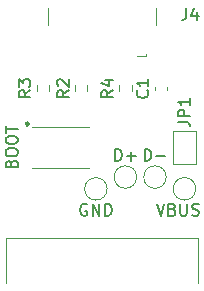
<source format=gbr>
%TF.GenerationSoftware,KiCad,Pcbnew,9.0.6-1.fc43*%
%TF.CreationDate,2025-12-11T01:18:59+10:30*%
%TF.ProjectId,fastboot_breakout,66617374-626f-46f7-945f-627265616b6f,1.1*%
%TF.SameCoordinates,Original*%
%TF.FileFunction,Legend,Top*%
%TF.FilePolarity,Positive*%
%FSLAX46Y46*%
G04 Gerber Fmt 4.6, Leading zero omitted, Abs format (unit mm)*
G04 Created by KiCad (PCBNEW 9.0.6-1.fc43) date 2025-12-11 01:18:59*
%MOMM*%
%LPD*%
G01*
G04 APERTURE LIST*
%ADD10C,0.150000*%
%ADD11C,0.120000*%
%ADD12C,0.250000*%
G04 APERTURE END LIST*
D10*
X149211905Y-102090819D02*
X149211905Y-101090819D01*
X149211905Y-101090819D02*
X149450000Y-101090819D01*
X149450000Y-101090819D02*
X149592857Y-101138438D01*
X149592857Y-101138438D02*
X149688095Y-101233676D01*
X149688095Y-101233676D02*
X149735714Y-101328914D01*
X149735714Y-101328914D02*
X149783333Y-101519390D01*
X149783333Y-101519390D02*
X149783333Y-101662247D01*
X149783333Y-101662247D02*
X149735714Y-101852723D01*
X149735714Y-101852723D02*
X149688095Y-101947961D01*
X149688095Y-101947961D02*
X149592857Y-102043200D01*
X149592857Y-102043200D02*
X149450000Y-102090819D01*
X149450000Y-102090819D02*
X149211905Y-102090819D01*
X150211905Y-101709866D02*
X150973810Y-101709866D01*
X150232268Y-105740819D02*
X150565601Y-106740819D01*
X150565601Y-106740819D02*
X150898934Y-105740819D01*
X151565601Y-106217009D02*
X151708458Y-106264628D01*
X151708458Y-106264628D02*
X151756077Y-106312247D01*
X151756077Y-106312247D02*
X151803696Y-106407485D01*
X151803696Y-106407485D02*
X151803696Y-106550342D01*
X151803696Y-106550342D02*
X151756077Y-106645580D01*
X151756077Y-106645580D02*
X151708458Y-106693200D01*
X151708458Y-106693200D02*
X151613220Y-106740819D01*
X151613220Y-106740819D02*
X151232268Y-106740819D01*
X151232268Y-106740819D02*
X151232268Y-105740819D01*
X151232268Y-105740819D02*
X151565601Y-105740819D01*
X151565601Y-105740819D02*
X151660839Y-105788438D01*
X151660839Y-105788438D02*
X151708458Y-105836057D01*
X151708458Y-105836057D02*
X151756077Y-105931295D01*
X151756077Y-105931295D02*
X151756077Y-106026533D01*
X151756077Y-106026533D02*
X151708458Y-106121771D01*
X151708458Y-106121771D02*
X151660839Y-106169390D01*
X151660839Y-106169390D02*
X151565601Y-106217009D01*
X151565601Y-106217009D02*
X151232268Y-106217009D01*
X152232268Y-105740819D02*
X152232268Y-106550342D01*
X152232268Y-106550342D02*
X152279887Y-106645580D01*
X152279887Y-106645580D02*
X152327506Y-106693200D01*
X152327506Y-106693200D02*
X152422744Y-106740819D01*
X152422744Y-106740819D02*
X152613220Y-106740819D01*
X152613220Y-106740819D02*
X152708458Y-106693200D01*
X152708458Y-106693200D02*
X152756077Y-106645580D01*
X152756077Y-106645580D02*
X152803696Y-106550342D01*
X152803696Y-106550342D02*
X152803696Y-105740819D01*
X153232268Y-106693200D02*
X153375125Y-106740819D01*
X153375125Y-106740819D02*
X153613220Y-106740819D01*
X153613220Y-106740819D02*
X153708458Y-106693200D01*
X153708458Y-106693200D02*
X153756077Y-106645580D01*
X153756077Y-106645580D02*
X153803696Y-106550342D01*
X153803696Y-106550342D02*
X153803696Y-106455104D01*
X153803696Y-106455104D02*
X153756077Y-106359866D01*
X153756077Y-106359866D02*
X153708458Y-106312247D01*
X153708458Y-106312247D02*
X153613220Y-106264628D01*
X153613220Y-106264628D02*
X153422744Y-106217009D01*
X153422744Y-106217009D02*
X153327506Y-106169390D01*
X153327506Y-106169390D02*
X153279887Y-106121771D01*
X153279887Y-106121771D02*
X153232268Y-106026533D01*
X153232268Y-106026533D02*
X153232268Y-105931295D01*
X153232268Y-105931295D02*
X153279887Y-105836057D01*
X153279887Y-105836057D02*
X153327506Y-105788438D01*
X153327506Y-105788438D02*
X153422744Y-105740819D01*
X153422744Y-105740819D02*
X153660839Y-105740819D01*
X153660839Y-105740819D02*
X153803696Y-105788438D01*
X146711905Y-102090819D02*
X146711905Y-101090819D01*
X146711905Y-101090819D02*
X146950000Y-101090819D01*
X146950000Y-101090819D02*
X147092857Y-101138438D01*
X147092857Y-101138438D02*
X147188095Y-101233676D01*
X147188095Y-101233676D02*
X147235714Y-101328914D01*
X147235714Y-101328914D02*
X147283333Y-101519390D01*
X147283333Y-101519390D02*
X147283333Y-101662247D01*
X147283333Y-101662247D02*
X147235714Y-101852723D01*
X147235714Y-101852723D02*
X147188095Y-101947961D01*
X147188095Y-101947961D02*
X147092857Y-102043200D01*
X147092857Y-102043200D02*
X146950000Y-102090819D01*
X146950000Y-102090819D02*
X146711905Y-102090819D01*
X147711905Y-101709866D02*
X148473810Y-101709866D01*
X148092857Y-102090819D02*
X148092857Y-101328914D01*
X137938866Y-102328142D02*
X137986485Y-102185285D01*
X137986485Y-102185285D02*
X138034104Y-102137666D01*
X138034104Y-102137666D02*
X138129342Y-102090047D01*
X138129342Y-102090047D02*
X138272199Y-102090047D01*
X138272199Y-102090047D02*
X138367437Y-102137666D01*
X138367437Y-102137666D02*
X138415057Y-102185285D01*
X138415057Y-102185285D02*
X138462676Y-102280523D01*
X138462676Y-102280523D02*
X138462676Y-102661475D01*
X138462676Y-102661475D02*
X137462676Y-102661475D01*
X137462676Y-102661475D02*
X137462676Y-102328142D01*
X137462676Y-102328142D02*
X137510295Y-102232904D01*
X137510295Y-102232904D02*
X137557914Y-102185285D01*
X137557914Y-102185285D02*
X137653152Y-102137666D01*
X137653152Y-102137666D02*
X137748390Y-102137666D01*
X137748390Y-102137666D02*
X137843628Y-102185285D01*
X137843628Y-102185285D02*
X137891247Y-102232904D01*
X137891247Y-102232904D02*
X137938866Y-102328142D01*
X137938866Y-102328142D02*
X137938866Y-102661475D01*
X137462676Y-101470999D02*
X137462676Y-101280523D01*
X137462676Y-101280523D02*
X137510295Y-101185285D01*
X137510295Y-101185285D02*
X137605533Y-101090047D01*
X137605533Y-101090047D02*
X137796009Y-101042428D01*
X137796009Y-101042428D02*
X138129342Y-101042428D01*
X138129342Y-101042428D02*
X138319818Y-101090047D01*
X138319818Y-101090047D02*
X138415057Y-101185285D01*
X138415057Y-101185285D02*
X138462676Y-101280523D01*
X138462676Y-101280523D02*
X138462676Y-101470999D01*
X138462676Y-101470999D02*
X138415057Y-101566237D01*
X138415057Y-101566237D02*
X138319818Y-101661475D01*
X138319818Y-101661475D02*
X138129342Y-101709094D01*
X138129342Y-101709094D02*
X137796009Y-101709094D01*
X137796009Y-101709094D02*
X137605533Y-101661475D01*
X137605533Y-101661475D02*
X137510295Y-101566237D01*
X137510295Y-101566237D02*
X137462676Y-101470999D01*
X137462676Y-100423380D02*
X137462676Y-100232904D01*
X137462676Y-100232904D02*
X137510295Y-100137666D01*
X137510295Y-100137666D02*
X137605533Y-100042428D01*
X137605533Y-100042428D02*
X137796009Y-99994809D01*
X137796009Y-99994809D02*
X138129342Y-99994809D01*
X138129342Y-99994809D02*
X138319818Y-100042428D01*
X138319818Y-100042428D02*
X138415057Y-100137666D01*
X138415057Y-100137666D02*
X138462676Y-100232904D01*
X138462676Y-100232904D02*
X138462676Y-100423380D01*
X138462676Y-100423380D02*
X138415057Y-100518618D01*
X138415057Y-100518618D02*
X138319818Y-100613856D01*
X138319818Y-100613856D02*
X138129342Y-100661475D01*
X138129342Y-100661475D02*
X137796009Y-100661475D01*
X137796009Y-100661475D02*
X137605533Y-100613856D01*
X137605533Y-100613856D02*
X137510295Y-100518618D01*
X137510295Y-100518618D02*
X137462676Y-100423380D01*
X137462676Y-99709094D02*
X137462676Y-99137666D01*
X138462676Y-99423380D02*
X137462676Y-99423380D01*
X144330952Y-105788438D02*
X144235714Y-105740819D01*
X144235714Y-105740819D02*
X144092857Y-105740819D01*
X144092857Y-105740819D02*
X143950000Y-105788438D01*
X143950000Y-105788438D02*
X143854762Y-105883676D01*
X143854762Y-105883676D02*
X143807143Y-105978914D01*
X143807143Y-105978914D02*
X143759524Y-106169390D01*
X143759524Y-106169390D02*
X143759524Y-106312247D01*
X143759524Y-106312247D02*
X143807143Y-106502723D01*
X143807143Y-106502723D02*
X143854762Y-106597961D01*
X143854762Y-106597961D02*
X143950000Y-106693200D01*
X143950000Y-106693200D02*
X144092857Y-106740819D01*
X144092857Y-106740819D02*
X144188095Y-106740819D01*
X144188095Y-106740819D02*
X144330952Y-106693200D01*
X144330952Y-106693200D02*
X144378571Y-106645580D01*
X144378571Y-106645580D02*
X144378571Y-106312247D01*
X144378571Y-106312247D02*
X144188095Y-106312247D01*
X144807143Y-106740819D02*
X144807143Y-105740819D01*
X144807143Y-105740819D02*
X145378571Y-106740819D01*
X145378571Y-106740819D02*
X145378571Y-105740819D01*
X145854762Y-106740819D02*
X145854762Y-105740819D01*
X145854762Y-105740819D02*
X146092857Y-105740819D01*
X146092857Y-105740819D02*
X146235714Y-105788438D01*
X146235714Y-105788438D02*
X146330952Y-105883676D01*
X146330952Y-105883676D02*
X146378571Y-105978914D01*
X146378571Y-105978914D02*
X146426190Y-106169390D01*
X146426190Y-106169390D02*
X146426190Y-106312247D01*
X146426190Y-106312247D02*
X146378571Y-106502723D01*
X146378571Y-106502723D02*
X146330952Y-106597961D01*
X146330952Y-106597961D02*
X146235714Y-106693200D01*
X146235714Y-106693200D02*
X146092857Y-106740819D01*
X146092857Y-106740819D02*
X145854762Y-106740819D01*
X146547676Y-96137666D02*
X146071485Y-96470999D01*
X146547676Y-96709094D02*
X145547676Y-96709094D01*
X145547676Y-96709094D02*
X145547676Y-96328142D01*
X145547676Y-96328142D02*
X145595295Y-96232904D01*
X145595295Y-96232904D02*
X145642914Y-96185285D01*
X145642914Y-96185285D02*
X145738152Y-96137666D01*
X145738152Y-96137666D02*
X145881009Y-96137666D01*
X145881009Y-96137666D02*
X145976247Y-96185285D01*
X145976247Y-96185285D02*
X146023866Y-96232904D01*
X146023866Y-96232904D02*
X146071485Y-96328142D01*
X146071485Y-96328142D02*
X146071485Y-96709094D01*
X145881009Y-95280523D02*
X146547676Y-95280523D01*
X145500057Y-95518618D02*
X146214342Y-95756713D01*
X146214342Y-95756713D02*
X146214342Y-95137666D01*
X149452437Y-96137666D02*
X149500057Y-96185285D01*
X149500057Y-96185285D02*
X149547676Y-96328142D01*
X149547676Y-96328142D02*
X149547676Y-96423380D01*
X149547676Y-96423380D02*
X149500057Y-96566237D01*
X149500057Y-96566237D02*
X149404818Y-96661475D01*
X149404818Y-96661475D02*
X149309580Y-96709094D01*
X149309580Y-96709094D02*
X149119104Y-96756713D01*
X149119104Y-96756713D02*
X148976247Y-96756713D01*
X148976247Y-96756713D02*
X148785771Y-96709094D01*
X148785771Y-96709094D02*
X148690533Y-96661475D01*
X148690533Y-96661475D02*
X148595295Y-96566237D01*
X148595295Y-96566237D02*
X148547676Y-96423380D01*
X148547676Y-96423380D02*
X148547676Y-96328142D01*
X148547676Y-96328142D02*
X148595295Y-96185285D01*
X148595295Y-96185285D02*
X148642914Y-96137666D01*
X149547676Y-95185285D02*
X149547676Y-95756713D01*
X149547676Y-95470999D02*
X148547676Y-95470999D01*
X148547676Y-95470999D02*
X148690533Y-95566237D01*
X148690533Y-95566237D02*
X148785771Y-95661475D01*
X148785771Y-95661475D02*
X148833390Y-95756713D01*
X152047676Y-98804333D02*
X152761961Y-98804333D01*
X152761961Y-98804333D02*
X152904818Y-98851952D01*
X152904818Y-98851952D02*
X153000057Y-98947190D01*
X153000057Y-98947190D02*
X153047676Y-99090047D01*
X153047676Y-99090047D02*
X153047676Y-99185285D01*
X153047676Y-98328142D02*
X152047676Y-98328142D01*
X152047676Y-98328142D02*
X152047676Y-97947190D01*
X152047676Y-97947190D02*
X152095295Y-97851952D01*
X152095295Y-97851952D02*
X152142914Y-97804333D01*
X152142914Y-97804333D02*
X152238152Y-97756714D01*
X152238152Y-97756714D02*
X152381009Y-97756714D01*
X152381009Y-97756714D02*
X152476247Y-97804333D01*
X152476247Y-97804333D02*
X152523866Y-97851952D01*
X152523866Y-97851952D02*
X152571485Y-97947190D01*
X152571485Y-97947190D02*
X152571485Y-98328142D01*
X153047676Y-96804333D02*
X153047676Y-97375761D01*
X153047676Y-97090047D02*
X152047676Y-97090047D01*
X152047676Y-97090047D02*
X152190533Y-97185285D01*
X152190533Y-97185285D02*
X152285771Y-97280523D01*
X152285771Y-97280523D02*
X152333390Y-97375761D01*
X139547676Y-96137666D02*
X139071485Y-96470999D01*
X139547676Y-96709094D02*
X138547676Y-96709094D01*
X138547676Y-96709094D02*
X138547676Y-96328142D01*
X138547676Y-96328142D02*
X138595295Y-96232904D01*
X138595295Y-96232904D02*
X138642914Y-96185285D01*
X138642914Y-96185285D02*
X138738152Y-96137666D01*
X138738152Y-96137666D02*
X138881009Y-96137666D01*
X138881009Y-96137666D02*
X138976247Y-96185285D01*
X138976247Y-96185285D02*
X139023866Y-96232904D01*
X139023866Y-96232904D02*
X139071485Y-96328142D01*
X139071485Y-96328142D02*
X139071485Y-96709094D01*
X138547676Y-95804332D02*
X138547676Y-95185285D01*
X138547676Y-95185285D02*
X138928628Y-95518618D01*
X138928628Y-95518618D02*
X138928628Y-95375761D01*
X138928628Y-95375761D02*
X138976247Y-95280523D01*
X138976247Y-95280523D02*
X139023866Y-95232904D01*
X139023866Y-95232904D02*
X139119104Y-95185285D01*
X139119104Y-95185285D02*
X139357199Y-95185285D01*
X139357199Y-95185285D02*
X139452437Y-95232904D01*
X139452437Y-95232904D02*
X139500057Y-95280523D01*
X139500057Y-95280523D02*
X139547676Y-95375761D01*
X139547676Y-95375761D02*
X139547676Y-95661475D01*
X139547676Y-95661475D02*
X139500057Y-95756713D01*
X139500057Y-95756713D02*
X139452437Y-95804332D01*
X152759523Y-89175819D02*
X152759523Y-89890104D01*
X152759523Y-89890104D02*
X152711904Y-90032961D01*
X152711904Y-90032961D02*
X152616666Y-90128200D01*
X152616666Y-90128200D02*
X152473809Y-90175819D01*
X152473809Y-90175819D02*
X152378571Y-90175819D01*
X153664285Y-89509152D02*
X153664285Y-90175819D01*
X153426190Y-89128200D02*
X153188095Y-89842485D01*
X153188095Y-89842485D02*
X153807142Y-89842485D01*
X142797676Y-96137666D02*
X142321485Y-96470999D01*
X142797676Y-96709094D02*
X141797676Y-96709094D01*
X141797676Y-96709094D02*
X141797676Y-96328142D01*
X141797676Y-96328142D02*
X141845295Y-96232904D01*
X141845295Y-96232904D02*
X141892914Y-96185285D01*
X141892914Y-96185285D02*
X141988152Y-96137666D01*
X141988152Y-96137666D02*
X142131009Y-96137666D01*
X142131009Y-96137666D02*
X142226247Y-96185285D01*
X142226247Y-96185285D02*
X142273866Y-96232904D01*
X142273866Y-96232904D02*
X142321485Y-96328142D01*
X142321485Y-96328142D02*
X142321485Y-96709094D01*
X141892914Y-95756713D02*
X141845295Y-95709094D01*
X141845295Y-95709094D02*
X141797676Y-95613856D01*
X141797676Y-95613856D02*
X141797676Y-95375761D01*
X141797676Y-95375761D02*
X141845295Y-95280523D01*
X141845295Y-95280523D02*
X141892914Y-95232904D01*
X141892914Y-95232904D02*
X141988152Y-95185285D01*
X141988152Y-95185285D02*
X142083390Y-95185285D01*
X142083390Y-95185285D02*
X142226247Y-95232904D01*
X142226247Y-95232904D02*
X142797676Y-95804332D01*
X142797676Y-95804332D02*
X142797676Y-95185285D01*
D11*
%TO.C,R4*%
X147070357Y-95716276D02*
X147070357Y-96225724D01*
X148115357Y-95716276D02*
X148115357Y-96225724D01*
%TO.C,C1*%
X150082857Y-95824733D02*
X150082857Y-96117267D01*
X151102857Y-95824733D02*
X151102857Y-96117267D01*
%TO.C,TP4*%
X146042857Y-104471000D02*
G75*
G02*
X144142857Y-104471000I-950000J0D01*
G01*
X144142857Y-104471000D02*
G75*
G02*
X146042857Y-104471000I950000J0D01*
G01*
%TO.C,JP1*%
X151592857Y-99571000D02*
X153592857Y-99571000D01*
X151592857Y-102371000D02*
X151592857Y-99571000D01*
X153592857Y-99571000D02*
X153592857Y-102371000D01*
X153592857Y-102371000D02*
X151592857Y-102371000D01*
%TO.C,R3*%
X140070357Y-95716276D02*
X140070357Y-96225724D01*
X141115357Y-95716276D02*
X141115357Y-96225724D01*
%TO.C,J4*%
X141012857Y-89156000D02*
X141012857Y-90566000D01*
X148552857Y-93236000D02*
X149352857Y-93236000D01*
X149352857Y-93236000D02*
X149352857Y-93086000D01*
X150172857Y-89156000D02*
X150172857Y-90566000D01*
%TO.C,TP3*%
X148542857Y-103471000D02*
G75*
G02*
X146642857Y-103471000I-950000J0D01*
G01*
X146642857Y-103471000D02*
G75*
G02*
X148542857Y-103471000I950000J0D01*
G01*
%TO.C,R2*%
X143320357Y-95716276D02*
X143320357Y-96225724D01*
X144365357Y-95716276D02*
X144365357Y-96225724D01*
%TO.C,SW1*%
X139672857Y-99251000D02*
X144512857Y-99251000D01*
X139672857Y-102691000D02*
X144512857Y-102691000D01*
D12*
X139417857Y-98971000D02*
G75*
G02*
X139167857Y-98971000I-125000J0D01*
G01*
X139167857Y-98971000D02*
G75*
G02*
X139417857Y-98971000I125000J0D01*
G01*
D11*
%TO.C,TP1*%
X151042857Y-103471000D02*
G75*
G02*
X149142857Y-103471000I-950000J0D01*
G01*
X149142857Y-103471000D02*
G75*
G02*
X151042857Y-103471000I950000J0D01*
G01*
%TO.C,TP2*%
X153542857Y-104471000D02*
G75*
G02*
X151642857Y-104471000I-950000J0D01*
G01*
X151642857Y-104471000D02*
G75*
G02*
X153542857Y-104471000I950000J0D01*
G01*
%TO.C,J1*%
X137482857Y-108661000D02*
X153702857Y-108661000D01*
X137482857Y-112471000D02*
X137482857Y-108661000D01*
X153702857Y-108661000D02*
X153702857Y-112471000D01*
%TD*%
M02*

</source>
